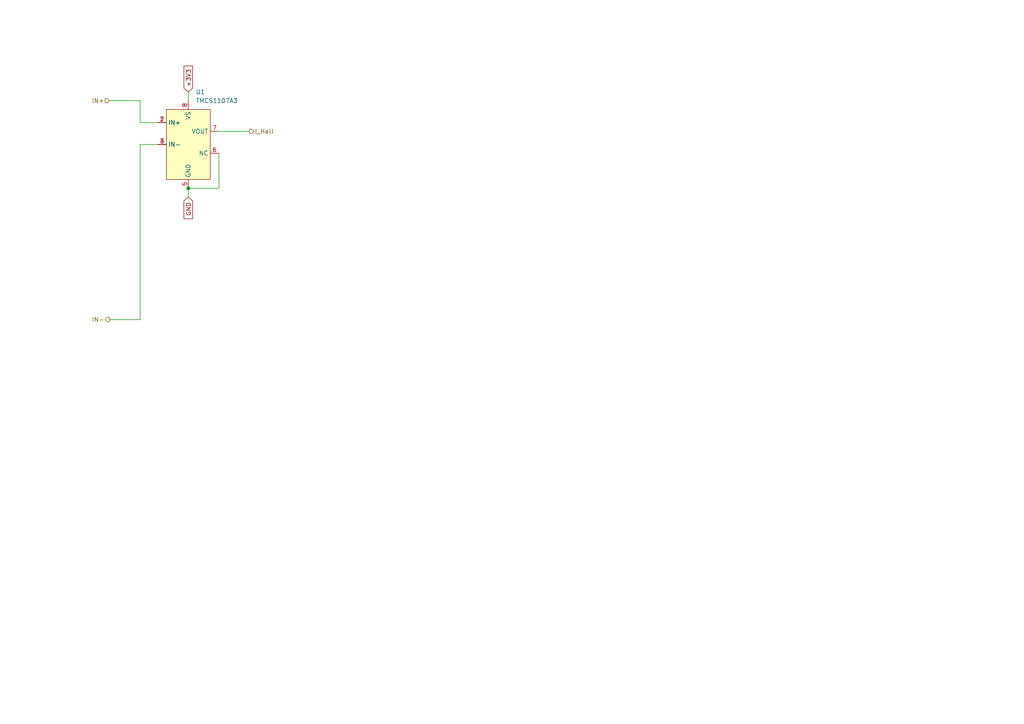
<source format=kicad_sch>
(kicad_sch (version 20250114) (generator "eeschema") (generator_version "9.0")
  (paper "A4")
  (lib_symbols
    (symbol "TMCS1107:TMCS1107"
      (property "Reference" "U" (at 0 0 0))
      (symbol "TMCS1107_1_1"
        (rectangle (start -6.35 7.62) (end 6.35 -12.7) (fill (type background)))
        (pin input line (at -8.89 3.81 0) (length 2.54) (name "IN+") (number "1"))
        (pin input line (at -8.89 3.81 0) (length 2.54) (name "IN+") (number "2"))
        (pin output line (at -8.89 -2.54 0) (length 2.54) (name "IN-") (number "3"))
        (pin output line (at -8.89 -2.54 0) (length 2.54) (name "IN-") (number "4"))
        (pin power_in line (at 0 10.16 270) (length 2.54) (name "VS") (number "8"))
        (pin power_in line (at 0 -15.24 90) (length 2.54) (name "GND") (number "5"))
        (pin output line (at 8.89 1.27 180) (length 2.54) (name "VOUT") (number "7"))
        (pin passive line (at 8.89 -5.08 180) (length 2.54) (name "NC") (number "6"))
      )
    )
  )
  (junction (at 54.61 54.61))
  (wire (pts (xy 63.5 44.45) (xy 63.5 54.61)))
  (wire (pts (xy 45.72 35.56) (xy 40.64 35.56)))
  (wire (pts (xy 54.61 54.61) (xy 54.61 57.15)))
  (wire (pts (xy 40.64 92.71) (xy 31.75 92.71)))
  (wire (pts (xy 40.64 41.91) (xy 45.72 41.91)))
  (wire (pts (xy 40.64 29.21) (xy 40.64 35.56)))
  (wire (pts (xy 54.61 54.61) (xy 63.5 54.61)))
  (wire (pts (xy 54.61 26.67) (xy 54.61 29.21)))
  (wire (pts (xy 31.75 29.21) (xy 40.64 29.21)))
  (wire (pts (xy 63.5 38.1) (xy 72.39 38.1)))
  (wire (pts (xy 40.64 41.91) (xy 40.64 92.71)))
  (global_label "GND" (shape input) (at 54.61 57.15 270) (property "Intersheetrefs" "${INTERSHEET_REFS}" (effects (hide yes))))
  (global_label "+3V3" (shape input) (at 54.61 26.67 90) (property "Intersheetrefs" "${INTERSHEET_REFS}" (effects (hide yes))))
  (hierarchical_label "IN-" (shape output) (at 31.75 92.71 180))
  (hierarchical_label "I_Hall" (shape output) (at 72.39 38.1 0))
  (hierarchical_label "IN+" (shape input) (at 31.75 29.21 180))
  (symbol (lib_id "TMCS1107:TMCS1107") (at 54.61 39.37 0) (unit 1)
    (property "Reference" "U1" (at 56.7533 26.67 0) (effects (justify left)))
    (property "Value" "TMCS1107A3" (at 56.7533 29.21 0) (effects (justify left)))
    (property "Footprint" "Package_SO:SOIC-8_3.9x4.9mm_P1.27mm" (effects (hide yes)))
    (property "Manufacturer Part Number" "TMCS1107A3UQDR " (effects (hide yes)))
    (property "Mouser Part Number" "595-TMCS1107A3UQDR " (effects (hide yes)))
  )
)
</source>
